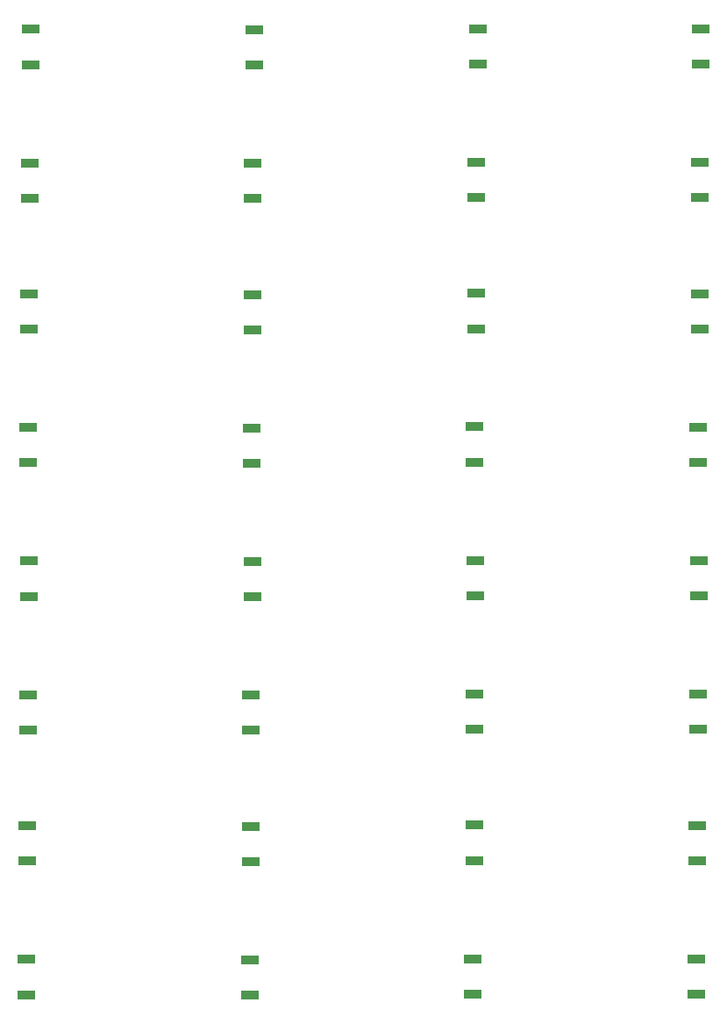
<source format=gbr>
%TF.GenerationSoftware,KiCad,Pcbnew,8.0.4*%
%TF.CreationDate,2024-08-16T15:36:08-07:00*%
%TF.ProjectId,LED2 full perf board,4c454432-2066-4756-9c6c-207065726620,rev?*%
%TF.SameCoordinates,Original*%
%TF.FileFunction,Paste,Top*%
%TF.FilePolarity,Positive*%
%FSLAX46Y46*%
G04 Gerber Fmt 4.6, Leading zero omitted, Abs format (unit mm)*
G04 Created by KiCad (PCBNEW 8.0.4) date 2024-08-16 15:36:08*
%MOMM*%
%LPD*%
G01*
G04 APERTURE LIST*
%ADD10R,1.700000X0.900000*%
G04 APERTURE END LIST*
D10*
%TO.C,SW1*%
X148360000Y-92025000D03*
X148360000Y-95425000D03*
%TD*%
%TO.C,SW1*%
X148481320Y-79146320D03*
X148481320Y-82546320D03*
%TD*%
%TO.C,SW1*%
X148630000Y-53595000D03*
X148630000Y-56995000D03*
%TD*%
%TO.C,SW1*%
X148186180Y-143338680D03*
X148186180Y-146738680D03*
%TD*%
%TO.C,SW1*%
X148508680Y-66473680D03*
X148508680Y-69873680D03*
%TD*%
%TO.C,SW1*%
X148307500Y-130460000D03*
X148307500Y-133860000D03*
%TD*%
%TO.C,SW1*%
X148334860Y-117787360D03*
X148334860Y-121187360D03*
%TD*%
%TO.C,SW1*%
X148456180Y-104908680D03*
X148456180Y-108308680D03*
%TD*%
%TO.C,SW1*%
X170026180Y-104938680D03*
X170026180Y-108338680D03*
%TD*%
%TO.C,SW1*%
X169904860Y-117817360D03*
X169904860Y-121217360D03*
%TD*%
%TO.C,SW1*%
X170051320Y-79176320D03*
X170051320Y-82576320D03*
%TD*%
%TO.C,SW1*%
X170200000Y-53625000D03*
X170200000Y-57025000D03*
%TD*%
%TO.C,SW1*%
X169930000Y-92055000D03*
X169930000Y-95455000D03*
%TD*%
%TO.C,SW1*%
X170078680Y-66503680D03*
X170078680Y-69903680D03*
%TD*%
%TO.C,SW1*%
X169756180Y-143368680D03*
X169756180Y-146768680D03*
%TD*%
%TO.C,SW1*%
X169877500Y-130490000D03*
X169877500Y-133890000D03*
%TD*%
%TO.C,SW1*%
X126792500Y-92125000D03*
X126792500Y-95525000D03*
%TD*%
%TO.C,SW1*%
X126913820Y-79246320D03*
X126913820Y-82646320D03*
%TD*%
%TO.C,SW1*%
X127062500Y-53695000D03*
X127062500Y-57095000D03*
%TD*%
%TO.C,SW1*%
X126618680Y-143438680D03*
X126618680Y-146838680D03*
%TD*%
%TO.C,SW1*%
X126941180Y-66573680D03*
X126941180Y-69973680D03*
%TD*%
%TO.C,SW1*%
X126740000Y-130560000D03*
X126740000Y-133960000D03*
%TD*%
%TO.C,SW1*%
X126767360Y-117887360D03*
X126767360Y-121287360D03*
%TD*%
%TO.C,SW1*%
X126888680Y-105008680D03*
X126888680Y-108408680D03*
%TD*%
%TO.C,SW1*%
X105222500Y-92095000D03*
X105222500Y-95495000D03*
%TD*%
%TO.C,SW1*%
X105343820Y-79216320D03*
X105343820Y-82616320D03*
%TD*%
%TO.C,SW1*%
X105048680Y-143408680D03*
X105048680Y-146808680D03*
%TD*%
%TO.C,SW1*%
X105371180Y-66543680D03*
X105371180Y-69943680D03*
%TD*%
%TO.C,SW1*%
X105492500Y-53665000D03*
X105492500Y-57065000D03*
%TD*%
%TO.C,SW1*%
X105170000Y-130530000D03*
X105170000Y-133930000D03*
%TD*%
%TO.C,SW1*%
X105197360Y-117857360D03*
X105197360Y-121257360D03*
%TD*%
%TO.C,SW1*%
X105318680Y-104978680D03*
X105318680Y-108378680D03*
%TD*%
M02*

</source>
